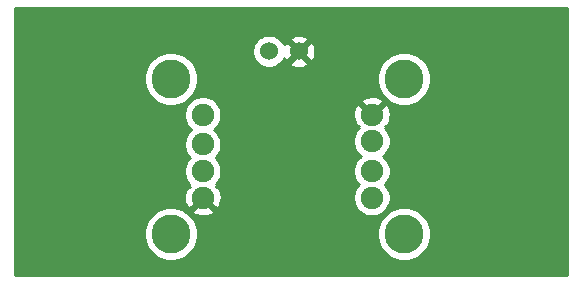
<source format=gbr>
G04 #@! TF.GenerationSoftware,KiCad,Pcbnew,5.1.2-f72e74a~84~ubuntu16.04.1*
G04 #@! TF.CreationDate,2019-07-14T00:58:29-04:00*
G04 #@! TF.ProjectId,usb-webcam-interface,7573622d-7765-4626-9361-6d2d696e7465,rev?*
G04 #@! TF.SameCoordinates,Original*
G04 #@! TF.FileFunction,Copper,L2,Bot*
G04 #@! TF.FilePolarity,Positive*
%FSLAX46Y46*%
G04 Gerber Fmt 4.6, Leading zero omitted, Abs format (unit mm)*
G04 Created by KiCad (PCBNEW 5.1.2-f72e74a~84~ubuntu16.04.1) date 2019-07-14 00:58:29*
%MOMM*%
%LPD*%
G04 APERTURE LIST*
%ADD10C,1.900000*%
%ADD11C,3.300000*%
%ADD12C,1.524000*%
%ADD13C,0.254000*%
G04 APERTURE END LIST*
D10*
X80760000Y-78430000D03*
X80760000Y-76200000D03*
X80760000Y-73930000D03*
X80760000Y-71430000D03*
D11*
X78050000Y-81500000D03*
X78050000Y-68360000D03*
D10*
X95080000Y-71430000D03*
X95080000Y-73660000D03*
X95080000Y-76200000D03*
X95080000Y-78430000D03*
D11*
X97790000Y-68360000D03*
X97790000Y-81500000D03*
D12*
X88900000Y-66060000D03*
X86360000Y-66040000D03*
D13*
G36*
X111633000Y-84963000D02*
G01*
X64897000Y-84963000D01*
X64897000Y-81274947D01*
X75765000Y-81274947D01*
X75765000Y-81725053D01*
X75852811Y-82166510D01*
X76025059Y-82582353D01*
X76275125Y-82956603D01*
X76593397Y-83274875D01*
X76967647Y-83524941D01*
X77383490Y-83697189D01*
X77824947Y-83785000D01*
X78275053Y-83785000D01*
X78716510Y-83697189D01*
X79132353Y-83524941D01*
X79506603Y-83274875D01*
X79824875Y-82956603D01*
X80074941Y-82582353D01*
X80247189Y-82166510D01*
X80335000Y-81725053D01*
X80335000Y-81274947D01*
X95505000Y-81274947D01*
X95505000Y-81725053D01*
X95592811Y-82166510D01*
X95765059Y-82582353D01*
X96015125Y-82956603D01*
X96333397Y-83274875D01*
X96707647Y-83524941D01*
X97123490Y-83697189D01*
X97564947Y-83785000D01*
X98015053Y-83785000D01*
X98456510Y-83697189D01*
X98872353Y-83524941D01*
X99246603Y-83274875D01*
X99564875Y-82956603D01*
X99814941Y-82582353D01*
X99987189Y-82166510D01*
X100075000Y-81725053D01*
X100075000Y-81274947D01*
X99987189Y-80833490D01*
X99814941Y-80417647D01*
X99564875Y-80043397D01*
X99246603Y-79725125D01*
X98872353Y-79475059D01*
X98456510Y-79302811D01*
X98015053Y-79215000D01*
X97564947Y-79215000D01*
X97123490Y-79302811D01*
X96707647Y-79475059D01*
X96333397Y-79725125D01*
X96015125Y-80043397D01*
X95765059Y-80417647D01*
X95592811Y-80833490D01*
X95505000Y-81274947D01*
X80335000Y-81274947D01*
X80247189Y-80833490D01*
X80074941Y-80417647D01*
X79824875Y-80043397D01*
X79506603Y-79725125D01*
X79214207Y-79529752D01*
X79839853Y-79529752D01*
X79929579Y-79789042D01*
X80210671Y-79924935D01*
X80512873Y-80003379D01*
X80824573Y-80021359D01*
X81133791Y-79978184D01*
X81428644Y-79875513D01*
X81590421Y-79789042D01*
X81680147Y-79529752D01*
X80760000Y-78609605D01*
X79839853Y-79529752D01*
X79214207Y-79529752D01*
X79132353Y-79475059D01*
X78716510Y-79302811D01*
X78275053Y-79215000D01*
X77824947Y-79215000D01*
X77383490Y-79302811D01*
X76967647Y-79475059D01*
X76593397Y-79725125D01*
X76275125Y-80043397D01*
X76025059Y-80417647D01*
X75852811Y-80833490D01*
X75765000Y-81274947D01*
X64897000Y-81274947D01*
X64897000Y-78494573D01*
X79168641Y-78494573D01*
X79211816Y-78803791D01*
X79314487Y-79098644D01*
X79400958Y-79260421D01*
X79660248Y-79350147D01*
X80580395Y-78430000D01*
X80566253Y-78415858D01*
X80745858Y-78236253D01*
X80760000Y-78250395D01*
X80774143Y-78236253D01*
X80953748Y-78415858D01*
X80939605Y-78430000D01*
X81859752Y-79350147D01*
X82119042Y-79260421D01*
X82254935Y-78979329D01*
X82333379Y-78677127D01*
X82351359Y-78365427D01*
X82308184Y-78056209D01*
X82205513Y-77761356D01*
X82119042Y-77599579D01*
X81859754Y-77509854D01*
X81975557Y-77394051D01*
X81891518Y-77310012D01*
X81991150Y-77210379D01*
X82164609Y-76950779D01*
X82284089Y-76662327D01*
X82345000Y-76356109D01*
X82345000Y-76043891D01*
X82284089Y-75737673D01*
X82164609Y-75449221D01*
X81991150Y-75189621D01*
X81866529Y-75065000D01*
X81991150Y-74940379D01*
X82164609Y-74680779D01*
X82284089Y-74392327D01*
X82345000Y-74086109D01*
X82345000Y-73773891D01*
X82284089Y-73467673D01*
X82164609Y-73179221D01*
X81991150Y-72919621D01*
X81770379Y-72698850D01*
X81742168Y-72680000D01*
X81770379Y-72661150D01*
X81991150Y-72440379D01*
X82164609Y-72180779D01*
X82284089Y-71892327D01*
X82345000Y-71586109D01*
X82345000Y-71494573D01*
X93488641Y-71494573D01*
X93531816Y-71803791D01*
X93634487Y-72098644D01*
X93720958Y-72260421D01*
X93980246Y-72350146D01*
X93864443Y-72465949D01*
X93948483Y-72549989D01*
X93848850Y-72649621D01*
X93675391Y-72909221D01*
X93555911Y-73197673D01*
X93495000Y-73503891D01*
X93495000Y-73816109D01*
X93555911Y-74122327D01*
X93675391Y-74410779D01*
X93848850Y-74670379D01*
X94069621Y-74891150D01*
X94127764Y-74930000D01*
X94069621Y-74968850D01*
X93848850Y-75189621D01*
X93675391Y-75449221D01*
X93555911Y-75737673D01*
X93495000Y-76043891D01*
X93495000Y-76356109D01*
X93555911Y-76662327D01*
X93675391Y-76950779D01*
X93848850Y-77210379D01*
X93953471Y-77315000D01*
X93848850Y-77419621D01*
X93675391Y-77679221D01*
X93555911Y-77967673D01*
X93495000Y-78273891D01*
X93495000Y-78586109D01*
X93555911Y-78892327D01*
X93675391Y-79180779D01*
X93848850Y-79440379D01*
X94069621Y-79661150D01*
X94329221Y-79834609D01*
X94617673Y-79954089D01*
X94923891Y-80015000D01*
X95236109Y-80015000D01*
X95542327Y-79954089D01*
X95830779Y-79834609D01*
X96090379Y-79661150D01*
X96311150Y-79440379D01*
X96484609Y-79180779D01*
X96604089Y-78892327D01*
X96665000Y-78586109D01*
X96665000Y-78273891D01*
X96604089Y-77967673D01*
X96484609Y-77679221D01*
X96311150Y-77419621D01*
X96206529Y-77315000D01*
X96311150Y-77210379D01*
X96484609Y-76950779D01*
X96604089Y-76662327D01*
X96665000Y-76356109D01*
X96665000Y-76043891D01*
X96604089Y-75737673D01*
X96484609Y-75449221D01*
X96311150Y-75189621D01*
X96090379Y-74968850D01*
X96032236Y-74930000D01*
X96090379Y-74891150D01*
X96311150Y-74670379D01*
X96484609Y-74410779D01*
X96604089Y-74122327D01*
X96665000Y-73816109D01*
X96665000Y-73503891D01*
X96604089Y-73197673D01*
X96484609Y-72909221D01*
X96311150Y-72649621D01*
X96211518Y-72549989D01*
X96295557Y-72465949D01*
X96179754Y-72350146D01*
X96439042Y-72260421D01*
X96574935Y-71979329D01*
X96653379Y-71677127D01*
X96671359Y-71365427D01*
X96628184Y-71056209D01*
X96525513Y-70761356D01*
X96439042Y-70599579D01*
X96179752Y-70509853D01*
X95259605Y-71430000D01*
X95273748Y-71444143D01*
X95094143Y-71623748D01*
X95080000Y-71609605D01*
X95065858Y-71623748D01*
X94886253Y-71444143D01*
X94900395Y-71430000D01*
X93980248Y-70509853D01*
X93720958Y-70599579D01*
X93585065Y-70880671D01*
X93506621Y-71182873D01*
X93488641Y-71494573D01*
X82345000Y-71494573D01*
X82345000Y-71273891D01*
X82284089Y-70967673D01*
X82164609Y-70679221D01*
X81991150Y-70419621D01*
X81901777Y-70330248D01*
X94159853Y-70330248D01*
X95080000Y-71250395D01*
X96000147Y-70330248D01*
X95910421Y-70070958D01*
X95629329Y-69935065D01*
X95327127Y-69856621D01*
X95015427Y-69838641D01*
X94706209Y-69881816D01*
X94411356Y-69984487D01*
X94249579Y-70070958D01*
X94159853Y-70330248D01*
X81901777Y-70330248D01*
X81770379Y-70198850D01*
X81510779Y-70025391D01*
X81222327Y-69905911D01*
X80916109Y-69845000D01*
X80603891Y-69845000D01*
X80297673Y-69905911D01*
X80009221Y-70025391D01*
X79749621Y-70198850D01*
X79528850Y-70419621D01*
X79355391Y-70679221D01*
X79235911Y-70967673D01*
X79175000Y-71273891D01*
X79175000Y-71586109D01*
X79235911Y-71892327D01*
X79355391Y-72180779D01*
X79528850Y-72440379D01*
X79749621Y-72661150D01*
X79777832Y-72680000D01*
X79749621Y-72698850D01*
X79528850Y-72919621D01*
X79355391Y-73179221D01*
X79235911Y-73467673D01*
X79175000Y-73773891D01*
X79175000Y-74086109D01*
X79235911Y-74392327D01*
X79355391Y-74680779D01*
X79528850Y-74940379D01*
X79653471Y-75065000D01*
X79528850Y-75189621D01*
X79355391Y-75449221D01*
X79235911Y-75737673D01*
X79175000Y-76043891D01*
X79175000Y-76356109D01*
X79235911Y-76662327D01*
X79355391Y-76950779D01*
X79528850Y-77210379D01*
X79628483Y-77310012D01*
X79544443Y-77394051D01*
X79660246Y-77509854D01*
X79400958Y-77599579D01*
X79265065Y-77880671D01*
X79186621Y-78182873D01*
X79168641Y-78494573D01*
X64897000Y-78494573D01*
X64897000Y-68134947D01*
X75765000Y-68134947D01*
X75765000Y-68585053D01*
X75852811Y-69026510D01*
X76025059Y-69442353D01*
X76275125Y-69816603D01*
X76593397Y-70134875D01*
X76967647Y-70384941D01*
X77383490Y-70557189D01*
X77824947Y-70645000D01*
X78275053Y-70645000D01*
X78716510Y-70557189D01*
X79132353Y-70384941D01*
X79506603Y-70134875D01*
X79824875Y-69816603D01*
X80074941Y-69442353D01*
X80247189Y-69026510D01*
X80335000Y-68585053D01*
X80335000Y-68134947D01*
X95505000Y-68134947D01*
X95505000Y-68585053D01*
X95592811Y-69026510D01*
X95765059Y-69442353D01*
X96015125Y-69816603D01*
X96333397Y-70134875D01*
X96707647Y-70384941D01*
X97123490Y-70557189D01*
X97564947Y-70645000D01*
X98015053Y-70645000D01*
X98456510Y-70557189D01*
X98872353Y-70384941D01*
X99246603Y-70134875D01*
X99564875Y-69816603D01*
X99814941Y-69442353D01*
X99987189Y-69026510D01*
X100075000Y-68585053D01*
X100075000Y-68134947D01*
X99987189Y-67693490D01*
X99814941Y-67277647D01*
X99564875Y-66903397D01*
X99246603Y-66585125D01*
X98872353Y-66335059D01*
X98456510Y-66162811D01*
X98015053Y-66075000D01*
X97564947Y-66075000D01*
X97123490Y-66162811D01*
X96707647Y-66335059D01*
X96333397Y-66585125D01*
X96015125Y-66903397D01*
X95765059Y-67277647D01*
X95592811Y-67693490D01*
X95505000Y-68134947D01*
X80335000Y-68134947D01*
X80247189Y-67693490D01*
X80074941Y-67277647D01*
X79824875Y-66903397D01*
X79506603Y-66585125D01*
X79132353Y-66335059D01*
X78716510Y-66162811D01*
X78275053Y-66075000D01*
X77824947Y-66075000D01*
X77383490Y-66162811D01*
X76967647Y-66335059D01*
X76593397Y-66585125D01*
X76275125Y-66903397D01*
X76025059Y-67277647D01*
X75852811Y-67693490D01*
X75765000Y-68134947D01*
X64897000Y-68134947D01*
X64897000Y-65902408D01*
X84963000Y-65902408D01*
X84963000Y-66177592D01*
X85016686Y-66447490D01*
X85121995Y-66701727D01*
X85274880Y-66930535D01*
X85469465Y-67125120D01*
X85698273Y-67278005D01*
X85952510Y-67383314D01*
X86222408Y-67437000D01*
X86497592Y-67437000D01*
X86767490Y-67383314D01*
X87021727Y-67278005D01*
X87250535Y-67125120D01*
X87350090Y-67025565D01*
X88114040Y-67025565D01*
X88181020Y-67265656D01*
X88430048Y-67382756D01*
X88697135Y-67449023D01*
X88972017Y-67461910D01*
X89244133Y-67420922D01*
X89503023Y-67327636D01*
X89618980Y-67265656D01*
X89685960Y-67025565D01*
X88900000Y-66239605D01*
X88114040Y-67025565D01*
X87350090Y-67025565D01*
X87445120Y-66930535D01*
X87598005Y-66701727D01*
X87623838Y-66639361D01*
X87632364Y-66663023D01*
X87694344Y-66778980D01*
X87934435Y-66845960D01*
X88720395Y-66060000D01*
X89079605Y-66060000D01*
X89865565Y-66845960D01*
X90105656Y-66778980D01*
X90222756Y-66529952D01*
X90289023Y-66262865D01*
X90301910Y-65987983D01*
X90260922Y-65715867D01*
X90167636Y-65456977D01*
X90105656Y-65341020D01*
X89865565Y-65274040D01*
X89079605Y-66060000D01*
X88720395Y-66060000D01*
X87934435Y-65274040D01*
X87694344Y-65341020D01*
X87634920Y-65467393D01*
X87598005Y-65378273D01*
X87445120Y-65149465D01*
X87390090Y-65094435D01*
X88114040Y-65094435D01*
X88900000Y-65880395D01*
X89685960Y-65094435D01*
X89618980Y-64854344D01*
X89369952Y-64737244D01*
X89102865Y-64670977D01*
X88827983Y-64658090D01*
X88555867Y-64699078D01*
X88296977Y-64792364D01*
X88181020Y-64854344D01*
X88114040Y-65094435D01*
X87390090Y-65094435D01*
X87250535Y-64954880D01*
X87021727Y-64801995D01*
X86767490Y-64696686D01*
X86497592Y-64643000D01*
X86222408Y-64643000D01*
X85952510Y-64696686D01*
X85698273Y-64801995D01*
X85469465Y-64954880D01*
X85274880Y-65149465D01*
X85121995Y-65378273D01*
X85016686Y-65632510D01*
X84963000Y-65902408D01*
X64897000Y-65902408D01*
X64897000Y-62357000D01*
X111633000Y-62357000D01*
X111633000Y-84963000D01*
X111633000Y-84963000D01*
G37*
X111633000Y-84963000D02*
X64897000Y-84963000D01*
X64897000Y-81274947D01*
X75765000Y-81274947D01*
X75765000Y-81725053D01*
X75852811Y-82166510D01*
X76025059Y-82582353D01*
X76275125Y-82956603D01*
X76593397Y-83274875D01*
X76967647Y-83524941D01*
X77383490Y-83697189D01*
X77824947Y-83785000D01*
X78275053Y-83785000D01*
X78716510Y-83697189D01*
X79132353Y-83524941D01*
X79506603Y-83274875D01*
X79824875Y-82956603D01*
X80074941Y-82582353D01*
X80247189Y-82166510D01*
X80335000Y-81725053D01*
X80335000Y-81274947D01*
X95505000Y-81274947D01*
X95505000Y-81725053D01*
X95592811Y-82166510D01*
X95765059Y-82582353D01*
X96015125Y-82956603D01*
X96333397Y-83274875D01*
X96707647Y-83524941D01*
X97123490Y-83697189D01*
X97564947Y-83785000D01*
X98015053Y-83785000D01*
X98456510Y-83697189D01*
X98872353Y-83524941D01*
X99246603Y-83274875D01*
X99564875Y-82956603D01*
X99814941Y-82582353D01*
X99987189Y-82166510D01*
X100075000Y-81725053D01*
X100075000Y-81274947D01*
X99987189Y-80833490D01*
X99814941Y-80417647D01*
X99564875Y-80043397D01*
X99246603Y-79725125D01*
X98872353Y-79475059D01*
X98456510Y-79302811D01*
X98015053Y-79215000D01*
X97564947Y-79215000D01*
X97123490Y-79302811D01*
X96707647Y-79475059D01*
X96333397Y-79725125D01*
X96015125Y-80043397D01*
X95765059Y-80417647D01*
X95592811Y-80833490D01*
X95505000Y-81274947D01*
X80335000Y-81274947D01*
X80247189Y-80833490D01*
X80074941Y-80417647D01*
X79824875Y-80043397D01*
X79506603Y-79725125D01*
X79214207Y-79529752D01*
X79839853Y-79529752D01*
X79929579Y-79789042D01*
X80210671Y-79924935D01*
X80512873Y-80003379D01*
X80824573Y-80021359D01*
X81133791Y-79978184D01*
X81428644Y-79875513D01*
X81590421Y-79789042D01*
X81680147Y-79529752D01*
X80760000Y-78609605D01*
X79839853Y-79529752D01*
X79214207Y-79529752D01*
X79132353Y-79475059D01*
X78716510Y-79302811D01*
X78275053Y-79215000D01*
X77824947Y-79215000D01*
X77383490Y-79302811D01*
X76967647Y-79475059D01*
X76593397Y-79725125D01*
X76275125Y-80043397D01*
X76025059Y-80417647D01*
X75852811Y-80833490D01*
X75765000Y-81274947D01*
X64897000Y-81274947D01*
X64897000Y-78494573D01*
X79168641Y-78494573D01*
X79211816Y-78803791D01*
X79314487Y-79098644D01*
X79400958Y-79260421D01*
X79660248Y-79350147D01*
X80580395Y-78430000D01*
X80566253Y-78415858D01*
X80745858Y-78236253D01*
X80760000Y-78250395D01*
X80774143Y-78236253D01*
X80953748Y-78415858D01*
X80939605Y-78430000D01*
X81859752Y-79350147D01*
X82119042Y-79260421D01*
X82254935Y-78979329D01*
X82333379Y-78677127D01*
X82351359Y-78365427D01*
X82308184Y-78056209D01*
X82205513Y-77761356D01*
X82119042Y-77599579D01*
X81859754Y-77509854D01*
X81975557Y-77394051D01*
X81891518Y-77310012D01*
X81991150Y-77210379D01*
X82164609Y-76950779D01*
X82284089Y-76662327D01*
X82345000Y-76356109D01*
X82345000Y-76043891D01*
X82284089Y-75737673D01*
X82164609Y-75449221D01*
X81991150Y-75189621D01*
X81866529Y-75065000D01*
X81991150Y-74940379D01*
X82164609Y-74680779D01*
X82284089Y-74392327D01*
X82345000Y-74086109D01*
X82345000Y-73773891D01*
X82284089Y-73467673D01*
X82164609Y-73179221D01*
X81991150Y-72919621D01*
X81770379Y-72698850D01*
X81742168Y-72680000D01*
X81770379Y-72661150D01*
X81991150Y-72440379D01*
X82164609Y-72180779D01*
X82284089Y-71892327D01*
X82345000Y-71586109D01*
X82345000Y-71494573D01*
X93488641Y-71494573D01*
X93531816Y-71803791D01*
X93634487Y-72098644D01*
X93720958Y-72260421D01*
X93980246Y-72350146D01*
X93864443Y-72465949D01*
X93948483Y-72549989D01*
X93848850Y-72649621D01*
X93675391Y-72909221D01*
X93555911Y-73197673D01*
X93495000Y-73503891D01*
X93495000Y-73816109D01*
X93555911Y-74122327D01*
X93675391Y-74410779D01*
X93848850Y-74670379D01*
X94069621Y-74891150D01*
X94127764Y-74930000D01*
X94069621Y-74968850D01*
X93848850Y-75189621D01*
X93675391Y-75449221D01*
X93555911Y-75737673D01*
X93495000Y-76043891D01*
X93495000Y-76356109D01*
X93555911Y-76662327D01*
X93675391Y-76950779D01*
X93848850Y-77210379D01*
X93953471Y-77315000D01*
X93848850Y-77419621D01*
X93675391Y-77679221D01*
X93555911Y-77967673D01*
X93495000Y-78273891D01*
X93495000Y-78586109D01*
X93555911Y-78892327D01*
X93675391Y-79180779D01*
X93848850Y-79440379D01*
X94069621Y-79661150D01*
X94329221Y-79834609D01*
X94617673Y-79954089D01*
X94923891Y-80015000D01*
X95236109Y-80015000D01*
X95542327Y-79954089D01*
X95830779Y-79834609D01*
X96090379Y-79661150D01*
X96311150Y-79440379D01*
X96484609Y-79180779D01*
X96604089Y-78892327D01*
X96665000Y-78586109D01*
X96665000Y-78273891D01*
X96604089Y-77967673D01*
X96484609Y-77679221D01*
X96311150Y-77419621D01*
X96206529Y-77315000D01*
X96311150Y-77210379D01*
X96484609Y-76950779D01*
X96604089Y-76662327D01*
X96665000Y-76356109D01*
X96665000Y-76043891D01*
X96604089Y-75737673D01*
X96484609Y-75449221D01*
X96311150Y-75189621D01*
X96090379Y-74968850D01*
X96032236Y-74930000D01*
X96090379Y-74891150D01*
X96311150Y-74670379D01*
X96484609Y-74410779D01*
X96604089Y-74122327D01*
X96665000Y-73816109D01*
X96665000Y-73503891D01*
X96604089Y-73197673D01*
X96484609Y-72909221D01*
X96311150Y-72649621D01*
X96211518Y-72549989D01*
X96295557Y-72465949D01*
X96179754Y-72350146D01*
X96439042Y-72260421D01*
X96574935Y-71979329D01*
X96653379Y-71677127D01*
X96671359Y-71365427D01*
X96628184Y-71056209D01*
X96525513Y-70761356D01*
X96439042Y-70599579D01*
X96179752Y-70509853D01*
X95259605Y-71430000D01*
X95273748Y-71444143D01*
X95094143Y-71623748D01*
X95080000Y-71609605D01*
X95065858Y-71623748D01*
X94886253Y-71444143D01*
X94900395Y-71430000D01*
X93980248Y-70509853D01*
X93720958Y-70599579D01*
X93585065Y-70880671D01*
X93506621Y-71182873D01*
X93488641Y-71494573D01*
X82345000Y-71494573D01*
X82345000Y-71273891D01*
X82284089Y-70967673D01*
X82164609Y-70679221D01*
X81991150Y-70419621D01*
X81901777Y-70330248D01*
X94159853Y-70330248D01*
X95080000Y-71250395D01*
X96000147Y-70330248D01*
X95910421Y-70070958D01*
X95629329Y-69935065D01*
X95327127Y-69856621D01*
X95015427Y-69838641D01*
X94706209Y-69881816D01*
X94411356Y-69984487D01*
X94249579Y-70070958D01*
X94159853Y-70330248D01*
X81901777Y-70330248D01*
X81770379Y-70198850D01*
X81510779Y-70025391D01*
X81222327Y-69905911D01*
X80916109Y-69845000D01*
X80603891Y-69845000D01*
X80297673Y-69905911D01*
X80009221Y-70025391D01*
X79749621Y-70198850D01*
X79528850Y-70419621D01*
X79355391Y-70679221D01*
X79235911Y-70967673D01*
X79175000Y-71273891D01*
X79175000Y-71586109D01*
X79235911Y-71892327D01*
X79355391Y-72180779D01*
X79528850Y-72440379D01*
X79749621Y-72661150D01*
X79777832Y-72680000D01*
X79749621Y-72698850D01*
X79528850Y-72919621D01*
X79355391Y-73179221D01*
X79235911Y-73467673D01*
X79175000Y-73773891D01*
X79175000Y-74086109D01*
X79235911Y-74392327D01*
X79355391Y-74680779D01*
X79528850Y-74940379D01*
X79653471Y-75065000D01*
X79528850Y-75189621D01*
X79355391Y-75449221D01*
X79235911Y-75737673D01*
X79175000Y-76043891D01*
X79175000Y-76356109D01*
X79235911Y-76662327D01*
X79355391Y-76950779D01*
X79528850Y-77210379D01*
X79628483Y-77310012D01*
X79544443Y-77394051D01*
X79660246Y-77509854D01*
X79400958Y-77599579D01*
X79265065Y-77880671D01*
X79186621Y-78182873D01*
X79168641Y-78494573D01*
X64897000Y-78494573D01*
X64897000Y-68134947D01*
X75765000Y-68134947D01*
X75765000Y-68585053D01*
X75852811Y-69026510D01*
X76025059Y-69442353D01*
X76275125Y-69816603D01*
X76593397Y-70134875D01*
X76967647Y-70384941D01*
X77383490Y-70557189D01*
X77824947Y-70645000D01*
X78275053Y-70645000D01*
X78716510Y-70557189D01*
X79132353Y-70384941D01*
X79506603Y-70134875D01*
X79824875Y-69816603D01*
X80074941Y-69442353D01*
X80247189Y-69026510D01*
X80335000Y-68585053D01*
X80335000Y-68134947D01*
X95505000Y-68134947D01*
X95505000Y-68585053D01*
X95592811Y-69026510D01*
X95765059Y-69442353D01*
X96015125Y-69816603D01*
X96333397Y-70134875D01*
X96707647Y-70384941D01*
X97123490Y-70557189D01*
X97564947Y-70645000D01*
X98015053Y-70645000D01*
X98456510Y-70557189D01*
X98872353Y-70384941D01*
X99246603Y-70134875D01*
X99564875Y-69816603D01*
X99814941Y-69442353D01*
X99987189Y-69026510D01*
X100075000Y-68585053D01*
X100075000Y-68134947D01*
X99987189Y-67693490D01*
X99814941Y-67277647D01*
X99564875Y-66903397D01*
X99246603Y-66585125D01*
X98872353Y-66335059D01*
X98456510Y-66162811D01*
X98015053Y-66075000D01*
X97564947Y-66075000D01*
X97123490Y-66162811D01*
X96707647Y-66335059D01*
X96333397Y-66585125D01*
X96015125Y-66903397D01*
X95765059Y-67277647D01*
X95592811Y-67693490D01*
X95505000Y-68134947D01*
X80335000Y-68134947D01*
X80247189Y-67693490D01*
X80074941Y-67277647D01*
X79824875Y-66903397D01*
X79506603Y-66585125D01*
X79132353Y-66335059D01*
X78716510Y-66162811D01*
X78275053Y-66075000D01*
X77824947Y-66075000D01*
X77383490Y-66162811D01*
X76967647Y-66335059D01*
X76593397Y-66585125D01*
X76275125Y-66903397D01*
X76025059Y-67277647D01*
X75852811Y-67693490D01*
X75765000Y-68134947D01*
X64897000Y-68134947D01*
X64897000Y-65902408D01*
X84963000Y-65902408D01*
X84963000Y-66177592D01*
X85016686Y-66447490D01*
X85121995Y-66701727D01*
X85274880Y-66930535D01*
X85469465Y-67125120D01*
X85698273Y-67278005D01*
X85952510Y-67383314D01*
X86222408Y-67437000D01*
X86497592Y-67437000D01*
X86767490Y-67383314D01*
X87021727Y-67278005D01*
X87250535Y-67125120D01*
X87350090Y-67025565D01*
X88114040Y-67025565D01*
X88181020Y-67265656D01*
X88430048Y-67382756D01*
X88697135Y-67449023D01*
X88972017Y-67461910D01*
X89244133Y-67420922D01*
X89503023Y-67327636D01*
X89618980Y-67265656D01*
X89685960Y-67025565D01*
X88900000Y-66239605D01*
X88114040Y-67025565D01*
X87350090Y-67025565D01*
X87445120Y-66930535D01*
X87598005Y-66701727D01*
X87623838Y-66639361D01*
X87632364Y-66663023D01*
X87694344Y-66778980D01*
X87934435Y-66845960D01*
X88720395Y-66060000D01*
X89079605Y-66060000D01*
X89865565Y-66845960D01*
X90105656Y-66778980D01*
X90222756Y-66529952D01*
X90289023Y-66262865D01*
X90301910Y-65987983D01*
X90260922Y-65715867D01*
X90167636Y-65456977D01*
X90105656Y-65341020D01*
X89865565Y-65274040D01*
X89079605Y-66060000D01*
X88720395Y-66060000D01*
X87934435Y-65274040D01*
X87694344Y-65341020D01*
X87634920Y-65467393D01*
X87598005Y-65378273D01*
X87445120Y-65149465D01*
X87390090Y-65094435D01*
X88114040Y-65094435D01*
X88900000Y-65880395D01*
X89685960Y-65094435D01*
X89618980Y-64854344D01*
X89369952Y-64737244D01*
X89102865Y-64670977D01*
X88827983Y-64658090D01*
X88555867Y-64699078D01*
X88296977Y-64792364D01*
X88181020Y-64854344D01*
X88114040Y-65094435D01*
X87390090Y-65094435D01*
X87250535Y-64954880D01*
X87021727Y-64801995D01*
X86767490Y-64696686D01*
X86497592Y-64643000D01*
X86222408Y-64643000D01*
X85952510Y-64696686D01*
X85698273Y-64801995D01*
X85469465Y-64954880D01*
X85274880Y-65149465D01*
X85121995Y-65378273D01*
X85016686Y-65632510D01*
X84963000Y-65902408D01*
X64897000Y-65902408D01*
X64897000Y-62357000D01*
X111633000Y-62357000D01*
X111633000Y-84963000D01*
M02*

</source>
